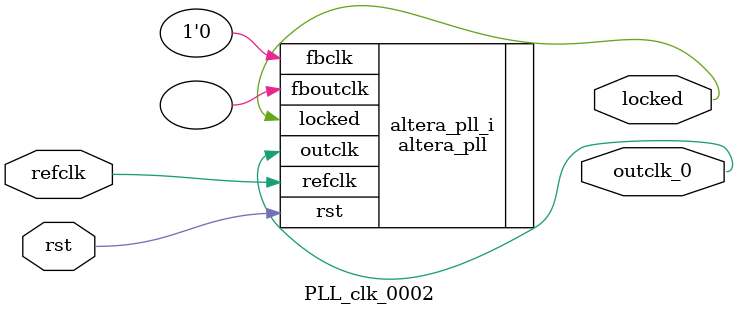
<source format=v>
`timescale 1ns/10ps
module  PLL_clk_0002(

	// interface 'refclk'
	input wire refclk,

	// interface 'reset'
	input wire rst,

	// interface 'outclk0'
	output wire outclk_0,

	// interface 'locked'
	output wire locked
);

	altera_pll #(
		.fractional_vco_multiplier("false"),
		.reference_clock_frequency("50.0 MHz"),
		.operation_mode("direct"),
		.number_of_clocks(1),
		.output_clock_frequency0("50.000000 MHz"),
		.phase_shift0("0 ps"),
		.duty_cycle0(50),
		.output_clock_frequency1("0 MHz"),
		.phase_shift1("0 ps"),
		.duty_cycle1(50),
		.output_clock_frequency2("0 MHz"),
		.phase_shift2("0 ps"),
		.duty_cycle2(50),
		.output_clock_frequency3("0 MHz"),
		.phase_shift3("0 ps"),
		.duty_cycle3(50),
		.output_clock_frequency4("0 MHz"),
		.phase_shift4("0 ps"),
		.duty_cycle4(50),
		.output_clock_frequency5("0 MHz"),
		.phase_shift5("0 ps"),
		.duty_cycle5(50),
		.output_clock_frequency6("0 MHz"),
		.phase_shift6("0 ps"),
		.duty_cycle6(50),
		.output_clock_frequency7("0 MHz"),
		.phase_shift7("0 ps"),
		.duty_cycle7(50),
		.output_clock_frequency8("0 MHz"),
		.phase_shift8("0 ps"),
		.duty_cycle8(50),
		.output_clock_frequency9("0 MHz"),
		.phase_shift9("0 ps"),
		.duty_cycle9(50),
		.output_clock_frequency10("0 MHz"),
		.phase_shift10("0 ps"),
		.duty_cycle10(50),
		.output_clock_frequency11("0 MHz"),
		.phase_shift11("0 ps"),
		.duty_cycle11(50),
		.output_clock_frequency12("0 MHz"),
		.phase_shift12("0 ps"),
		.duty_cycle12(50),
		.output_clock_frequency13("0 MHz"),
		.phase_shift13("0 ps"),
		.duty_cycle13(50),
		.output_clock_frequency14("0 MHz"),
		.phase_shift14("0 ps"),
		.duty_cycle14(50),
		.output_clock_frequency15("0 MHz"),
		.phase_shift15("0 ps"),
		.duty_cycle15(50),
		.output_clock_frequency16("0 MHz"),
		.phase_shift16("0 ps"),
		.duty_cycle16(50),
		.output_clock_frequency17("0 MHz"),
		.phase_shift17("0 ps"),
		.duty_cycle17(50),
		.pll_type("General"),
		.pll_subtype("General")
	) altera_pll_i (
		.rst	(rst),
		.outclk	({outclk_0}),
		.locked	(locked),
		.fboutclk	( ),
		.fbclk	(1'b0),
		.refclk	(refclk)
	);
endmodule


</source>
